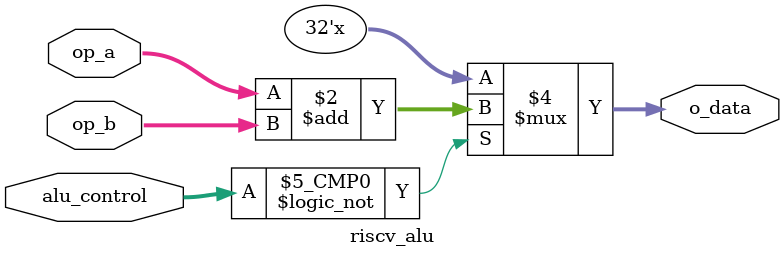
<source format=sv>
module riscv_alu(
    input logic [31:0] op_a,
    input logic [31:0] op_b,
    input logic [2:0] alu_control,
    output logic [31:0] o_data
);

    always_comb begin
        case(alu_control)
            3'b000: o_data = op_a + op_b;
        endcase
    end




endmodule : riscv_alu
</source>
